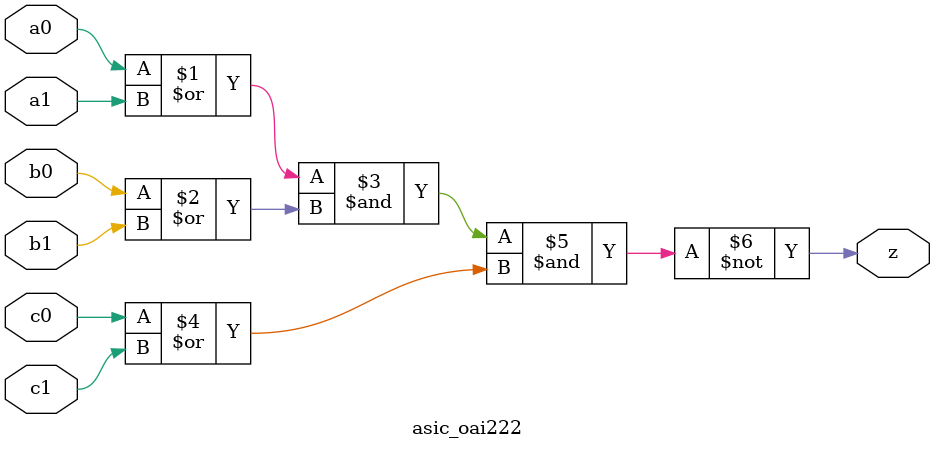
<source format=v>

module asic_oai222
   (
    input  a0,
    input  a1,
    input  b0,
    input  b1,
    input  c0,
    input  c1,
    output z
    );

   assign z = ~((a0 | a1) & (b0 | b1) & (c0 | c1));

endmodule

</source>
